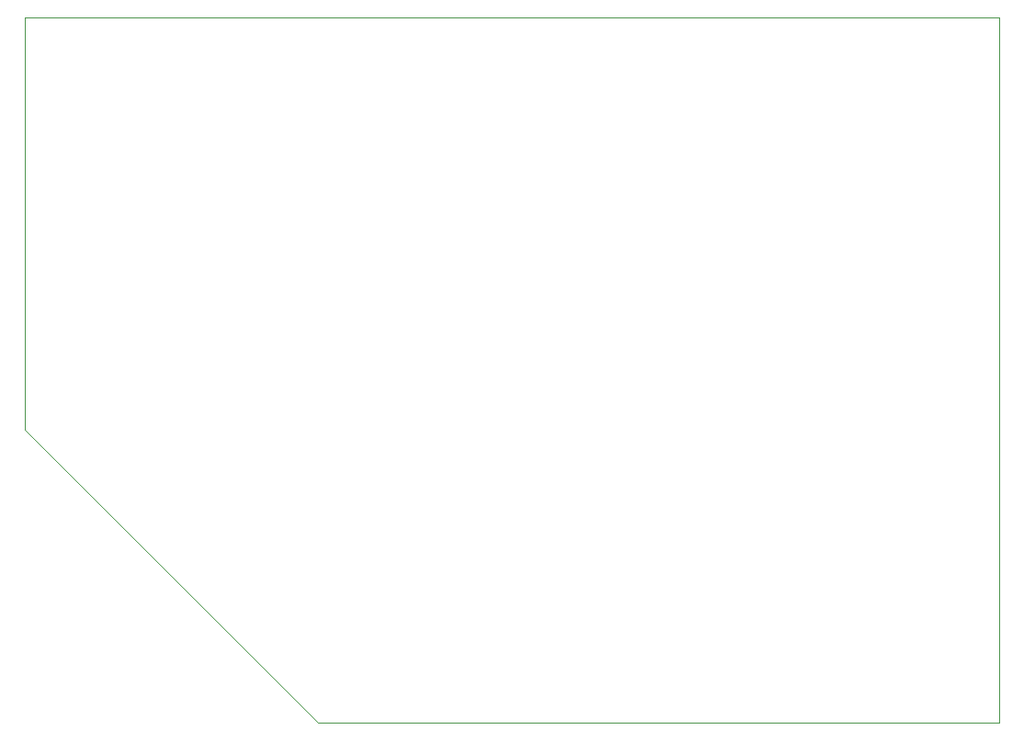
<source format=gm1>
G04 #@! TF.GenerationSoftware,KiCad,Pcbnew,(6.0.5)*
G04 #@! TF.CreationDate,2022-05-27T12:20:46+02:00*
G04 #@! TF.ProjectId,midiperformer,6d696469-7065-4726-966f-726d65722e6b,rev?*
G04 #@! TF.SameCoordinates,Original*
G04 #@! TF.FileFunction,Profile,NP*
%FSLAX46Y46*%
G04 Gerber Fmt 4.6, Leading zero omitted, Abs format (unit mm)*
G04 Created by KiCad (PCBNEW (6.0.5)) date 2022-05-27 12:20:46*
%MOMM*%
%LPD*%
G01*
G04 APERTURE LIST*
G04 #@! TA.AperFunction,Profile*
%ADD10C,0.100000*%
G04 #@! TD*
G04 APERTURE END LIST*
D10*
X181000000Y-115000000D02*
X154000000Y-88000000D01*
X154000000Y-88000000D02*
X154000000Y-50000000D01*
X206500000Y-115000000D02*
X229250000Y-115000000D01*
X243750000Y-50000000D02*
X221750000Y-50000000D01*
X243750000Y-115000000D02*
X243750000Y-69750000D01*
X188250000Y-50000000D02*
X154000000Y-50000000D01*
X243750000Y-51250000D02*
X243750000Y-50000000D01*
X221750000Y-50000000D02*
X188250000Y-50000000D01*
X242000000Y-115000000D02*
X243750000Y-115000000D01*
X243750000Y-69750000D02*
X243750000Y-51250000D01*
X229250000Y-115000000D02*
X242000000Y-115000000D01*
X181000000Y-115000000D02*
X206500000Y-115000000D01*
M02*

</source>
